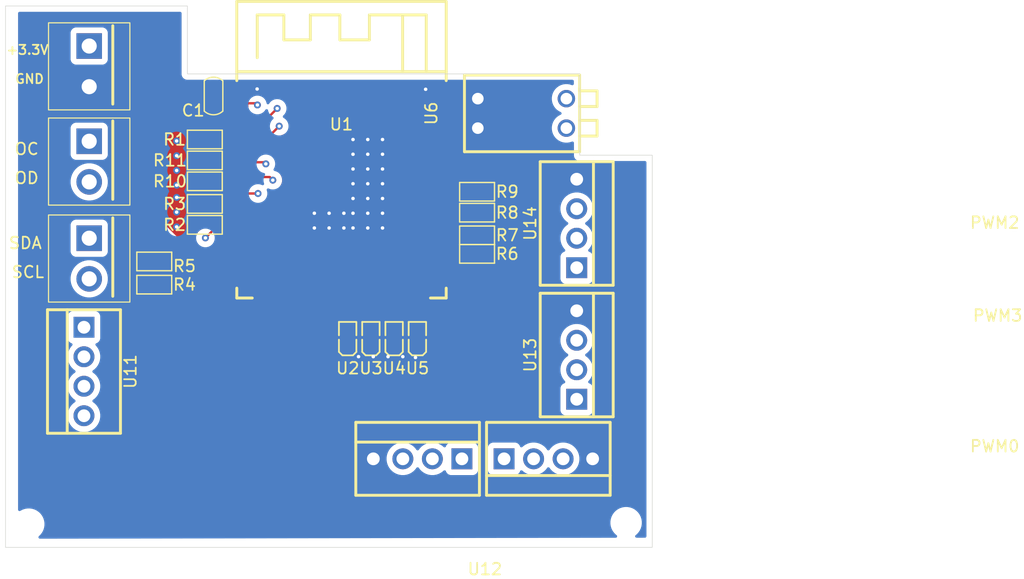
<source format=kicad_pcb>
(kicad_pcb (version 20241229) (generator "pcbnew") (generator_version "9.0")
  (layers (0 "F.Cu" signal) (4 "In1.Cu" signal) (6 "In2.Cu" signal) (2 "B.Cu" signal) (13 "F.Paste" user) (15 "B.Paste" user) (5 "F.SilkS" user "F.Silkscreen") (7 "B.SilkS" user "B.Silkscreen") (1 "F.Mask" user) (3 "B.Mask" user) (25 "Edge.Cuts" user))
  (net 0 "")
  (net 1 "+3.3V")
  (net 2 "GND")
  (net 3 "Net-(U1-EN)")
  (net 4 "/OD")
  (net 5 "/OC")
  (net 6 "/I2C_SCL1")
  (net 7 "/I2C_SDA_1")
  (net 8 "/VDD_LED")
  (net 9 "Net-(U2-A)")
  (net 10 "/VCC_LED")
  (net 11 "Net-(U3-A)")
  (net 12 "/CO^{2}_LED")
  (net 13 "Net-(U4-A)")
  (net 14 "/PH_LED")
  (net 15 "Net-(U5-A)")
  (net 16 "/I2C1_D1")
  (net 17 "/I2C1_D0")
  (net 21 "/CO^{2}_SENSE")
  (net 22 "/PH_SENSE")
  (net 24 "/PWM1")
  (net 25 "/ADC2_CH1_IN")
  (net 26 "/ENA")
  (net 29 "/ENB")
  (net 32 "/ADC2_CH2_IN")
  (net 34 "/PWM2")
  (net 35 "/PWM0")
  (net 41 "/PWM3")
  (net 43 "/I2C_SCL_1")
  (footprint "PCM_Resistor_SMD_AKL:R_0603_1608Metric" (layer "F.Cu") (at 119.925 51.2)
    (property "Reference" "R8" (at 2.6 0 0) (layer "F.SilkS"))
    (property "Value" "R_0603" (hide yes))
    (fp_line (start -1.5 -0.8) (end -1.5 0.8) (stroke (width 0.12)) (layer "F.SilkS"))
    (fp_line (start -1.5 0.8) (end 1.5 0.8) (stroke (width 0.12)) (layer "F.SilkS"))
    (fp_line (start 1.5 -0.8) (end -1.5 -0.8) (stroke (width 0.12)) (layer "F.SilkS"))
    (fp_line (start 1.5 0.8) (end 1.5 -0.8) (stroke (width 0.12)) (layer "F.SilkS"))
    (pad "1" smd roundrect (at -0.825 0) (size 0.8 0.95) (layers "F.Cu" "F.Mask" "F.Paste") (net 12 "/CO^{2}_LED"))
    (pad "2" smd roundrect (at 0.825 0) (size 0.8 0.95) (layers "F.Cu" "F.Mask" "F.Paste") (net 13 "Net-(U4-A)"))
  )
  (footprint "EasyEDA:SW-TH_4P-P2.54_SMQP-02R-TP" (layer "F.Cu") (at 123.8 42.65 90)
    (property "Reference" "U6" (at 0 -7.81 90) (layer "F.SilkS"))
    (property "Value" "SMQP-02R-TP")
    (fp_line (start 3.3 -4.96) (end -3.3 -4.96) (stroke (width 0.25)) (layer "F.SilkS"))
    (fp_line (start -3.3 -4.96) (end -3.3 4.95) (stroke (width 0.25)) (layer "F.SilkS"))
    (fp_line (start 3.3 4.95) (end 3.3 -4.96) (stroke (width 0.25)) (layer "F.SilkS"))
    (fp_line (start 1.94 4.95) (end 3.3 4.95) (stroke (width 0.25)) (layer "F.SilkS"))
    (fp_line (start -3.3 4.95) (end 2.16 4.95) (stroke (width 0.25)) (layer "F.SilkS"))
    (fp_line (start 1.94 6.45) (end 1.94 4.95) (stroke (width 0.25)) (layer "F.SilkS"))
    (fp_line (start 0.59 6.45) (end 0.59 4.95) (stroke (width 0.25)) (layer "F.SilkS"))
    (fp_line (start 0.59 6.45) (end 1.94 6.45) (stroke (width 0.25)) (layer "F.SilkS"))
    (fp_line (start -0.6 6.45) (end -0.6 4.95) (stroke (width 0.25)) (layer "F.SilkS"))
    (fp_line (start -1.95 6.45) (end -1.95 4.95) (stroke (width 0.25)) (layer "F.SilkS"))
    (fp_line (start -1.95 6.45) (end -0.6 6.45) (stroke (width 0.25)) (layer "F.SilkS"))
    (pad "1" thru_hole circle (at -1.27 3.81 90) (size 1.5 1.5) (drill 0.999998) (layers "*.Cu" "*.Mask") (net 16 "/I2C1_D1"))
    (pad "2" thru_hole circle (at 1.27 3.81 90) (size 1.5 1.5) (drill 0.999998) (layers "*.Cu" "*.Mask") (net 17 "/I2C1_D0"))
    (pad "3" thru_hole circle (at 1.27 -3.81 90) (size 1.5 1.5) (drill 0.999998) (layers "*.Cu" "*.Mask") (net 2 "GND"))
    (pad "4" thru_hole circle (at -1.27 -3.81 90) (size 1.5 1.5) (drill 0.999998) (layers "*.Cu" "*.Mask") (net 2 "GND"))
  )
  (footprint "EasyEDA:LED0603-RD_GREEN" (layer "F.Cu") (at 110.8 62 90)
    (property "Reference" "U3" (at -2.6 0 180) (layer "F.SilkS"))
    (property "Value" "PSC-1608U52GC-G4" (hide yes))
    (fp_line (start 1.39 -0.76) (end 1.39 0.72) (stroke (width 0.15)) (layer "F.SilkS"))
    (fp_line (start 0.24 -0.76) (end 1.39 -0.76) (stroke (width 0.15)) (layer "F.SilkS"))
    (fp_line (start -0.14 -0.76) (end -1.19 -0.76) (stroke (width 0.15)) (layer "F.SilkS"))
    (fp_line (start -1.49 -0.46) (end -1.19 -0.76) (stroke (width 0.15)) (layer "F.SilkS"))
    (fp_line (start -1.49 -0.36) (end -1.49 -0.46) (stroke (width 0.15)) (layer "F.SilkS"))
    (fp_line (start -1.49 -0.36) (end -1.49 0.34) (stroke (width 0.15)) (layer "F.SilkS"))
    (fp_line (start -1.49 0.34) (end -1.49 0.44) (stroke (width 0.15)) (layer "F.SilkS"))
    (fp_line (start -1.49 0.44) (end -1.19 0.74) (stroke (width 0.15)) (layer "F.SilkS"))
    (fp_line (start 0.24 0.74) (end 1.39 0.74) (stroke (width 0.15)) (layer "F.SilkS"))
    (fp_line (start -0.14 0.74) (end -1.19 0.74) (stroke (width 0.15)) (layer "F.SilkS"))
    (pad "1" smd rect (at -0.8 0 180) (size 0.8 0.8) (layers "F.Cu" "F.Mask" "F.Paste") (net 2 "GND"))
    (pad "2" smd rect (at 0.8 0 180) (size 0.8 0.8) (layers "F.Cu" "F.Mask" "F.Paste") (net 11 "Net-(U3-A)"))
  )
  (footprint "PCM_Resistor_SMD_AKL:R_0603_1608Metric" (layer "F.Cu") (at 119.925 53.15)
    (property "Reference" "R7" (at 2.6 0 0) (layer "F.SilkS"))
    (property "Value" "R_0603" (hide yes))
    (fp_line (start -1.5 -0.8) (end -1.5 0.8) (stroke (width 0.12)) (layer "F.SilkS"))
    (fp_line (start -1.5 0.8) (end 1.5 0.8) (stroke (width 0.12)) (layer "F.SilkS"))
    (fp_line (start 1.5 -0.8) (end -1.5 -0.8) (stroke (width 0.12)) (layer "F.SilkS"))
    (fp_line (start 1.5 0.8) (end 1.5 -0.8) (stroke (width 0.12)) (layer "F.SilkS"))
    (pad "1" smd roundrect (at -0.825 0) (size 0.8 0.95) (layers "F.Cu" "F.Mask" "F.Paste") (net 10 "/VCC_LED"))
    (pad "2" smd roundrect (at 0.825 0) (size 0.8 0.95) (layers "F.Cu" "F.Mask" "F.Paste") (net 11 "Net-(U3-A)"))
  )
  (footprint "EasyEDA:LED0603-RD_GREEN" (layer "F.Cu") (at 112.8 62 90)
    (property "Reference" "U4" (at -2.6 0 180) (layer "F.SilkS"))
    (property "Value" "PSC-1608U52GC-G4" (hide yes))
    (fp_line (start 1.39 -0.76) (end 1.39 0.72) (stroke (width 0.15)) (layer "F.SilkS"))
    (fp_line (start 0.24 -0.76) (end 1.39 -0.76) (stroke (width 0.15)) (layer "F.SilkS"))
    (fp_line (start -0.14 -0.76) (end -1.19 -0.76) (stroke (width 0.15)) (layer "F.SilkS"))
    (fp_line (start -1.49 -0.46) (end -1.19 -0.76) (stroke (width 0.15)) (layer "F.SilkS"))
    (fp_line (start -1.49 -0.36) (end -1.49 -0.46) (stroke (width 0.15)) (layer "F.SilkS"))
    (fp_line (start -1.49 -0.36) (end -1.49 0.34) (stroke (width 0.15)) (layer "F.SilkS"))
    (fp_line (start -1.49 0.34) (end -1.49 0.44) (stroke (width 0.15)) (layer "F.SilkS"))
    (fp_line (start -1.49 0.44) (end -1.19 0.74) (stroke (width 0.15)) (layer "F.SilkS"))
    (fp_line (start 0.24 0.74) (end 1.39 0.74) (stroke (width 0.15)) (layer "F.SilkS"))
    (fp_line (start -0.14 0.74) (end -1.19 0.74) (stroke (width 0.15)) (layer "F.SilkS"))
    (pad "1" smd rect (at -0.8 0 180) (size 0.8 0.8) (layers "F.Cu" "F.Mask" "F.Paste") (net 2 "GND"))
    (pad "2" smd rect (at 0.8 0 180) (size 0.8 0.8) (layers "F.Cu" "F.Mask" "F.Paste") (net 13 "Net-(U4-A)"))
  )
  (footprint "MountingHole:MountingHole_2.2mm_M2" (layer "F.Cu") (at 81.35 78.025)
    (property "Reference" "H8" (hide yes))
    (property "Value" "MountingHole")
    (pad "" np_thru_hole circle (at 0 0) (size 2.2 2.2) (drill 2.2) (layers "*.Cu" "*.Mask"))
  )
  (footprint "EasyEDA:LED0603-RD_GREEN" (layer "F.Cu") (at 108.8 62 90)
    (property "Reference" "U2" (at -2.6 0 180) (layer "F.SilkS"))
    (property "Value" "PSC-1608U52GC-G4" (hide yes))
    (fp_line (start 1.39 -0.76) (end 1.39 0.72) (stroke (width 0.15)) (layer "F.SilkS"))
    (fp_line (start 0.24 -0.76) (end 1.39 -0.76) (stroke (width 0.15)) (layer "F.SilkS"))
    (fp_line (start -0.14 -0.76) (end -1.19 -0.76) (stroke (width 0.15)) (layer "F.SilkS"))
    (fp_line (start -1.49 -0.46) (end -1.19 -0.76) (stroke (width 0.15)) (layer "F.SilkS"))
    (fp_line (start -1.49 -0.36) (end -1.49 -0.46) (stroke (width 0.15)) (layer "F.SilkS"))
    (fp_line (start -1.49 -0.36) (end -1.49 0.34) (stroke (width 0.15)) (layer "F.SilkS"))
    (fp_line (start -1.49 0.34) (end -1.49 0.44) (stroke (width 0.15)) (layer "F.SilkS"))
    (fp_line (start -1.49 0.44) (end -1.19 0.74) (stroke (width 0.15)) (layer "F.SilkS"))
    (fp_line (start 0.24 0.74) (end 1.39 0.74) (stroke (width 0.15)) (layer "F.SilkS"))
    (fp_line (start -0.14 0.74) (end -1.19 0.74) (stroke (width 0.15)) (layer "F.SilkS"))
    (pad "1" smd rect (at -0.8 0 180) (size 0.8 0.8) (layers "F.Cu" "F.Mask" "F.Paste") (net 2 "GND"))
    (pad "2" smd rect (at 0.8 0 180) (size 0.8 0.8) (layers "F.Cu" "F.Mask" "F.Paste") (net 9 "Net-(U2-A)"))
  )
  (footprint "PCM_Resistor_SMD_AKL:R_0603_1608Metric" (layer "F.Cu") (at 96.5 46.7 180)
    (property "Reference" "R11" (at 3 0 0) (layer "F.SilkS"))
    (property "Value" "R_0603" (hide yes))
    (fp_line (start 1.5 0.8) (end 1.5 -0.8) (stroke (width 0.12)) (layer "F.SilkS"))
    (fp_line (start 1.5 -0.8) (end -1.5 -0.8) (stroke (width 0.12)) (layer "F.SilkS"))
    (fp_line (start -1.5 0.8) (end 1.5 0.8) (stroke (width 0.12)) (layer "F.SilkS"))
    (fp_line (start -1.5 -0.8) (end -1.5 0.8) (stroke (width 0.12)) (layer "F.SilkS"))
    (pad "1" smd roundrect (at -0.825 0 180) (size 0.8 0.95) (layers "F.Cu" "F.Mask" "F.Paste") (net 16 "/I2C1_D1"))
    (pad "2" smd roundrect (at 0.825 0 180) (size 0.8 0.95) (layers "F.Cu" "F.Mask" "F.Paste") (net 1 "+3.3V"))
  )
  (footprint "EasyEDA:CONN-TH_DB125-2.54-4P-GN" (layer "F.Cu") (at 128.5 63.46 90)
    (property "Reference" "U13" (at 0 -4 90) (layer "F.SilkS"))
    (property "Value" "DB125-2.54-4P-GN")
    (fp_line (start 5.32 -3.14) (end -5.32 -3.14) (stroke (width 0.25)) (layer "F.SilkS"))
    (fp_line (start 5.32 -3.14) (end 5.32 3.14) (stroke (width 0.25)) (layer "F.SilkS"))
    (fp_line (start -5.32 -3.14) (end -5.32 3.14) (stroke (width 0.25)) (layer "F.SilkS"))
    (fp_line (start 5.32 1.44) (end -5.32 1.44) (stroke (width 0.25)) (layer "F.SilkS"))
    (fp_line (start 5.32 3.14) (end -5.32 3.14) (stroke (width 0.25)) (layer "F.SilkS"))
    (pad "1" thru_hole rect (at -3.81 0 90) (size 1.8 1.8) (drill 1.100023) (layers "*.Cu" "*.Mask") (net 41 "/PWM3"))
    (pad "2" thru_hole circle (at -1.27 0 90) (size 1.8 1.8) (drill 1.100023) (layers "*.Cu" "*.Mask") (net 26 "/ENA"))
    (pad "3" thru_hole circle (at 1.27 0 90) (size 1.8 1.8) (drill 1.100023) (layers "*.Cu" "*.Mask") (net 29 "/ENB"))
    (pad "4" thru_hole circle (at 3.81 0 90) (size 1.8 1.8) (drill 1.100023) (layers "*.Cu" "*.Mask") (net 2 "GND"))
  )
  (footprint "MountingHole:MountingHole_2.2mm_M2" (layer "F.Cu") (at 132.75 77.9)
    (property "Reference" "H7" (hide yes))
    (property "Value" "MountingHole")
    (pad "" np_thru_hole circle (at 0 0) (size 2.2 2.2) (drill 2.2) (layers "*.Cu" "*.Mask"))
  )
  (footprint "MountingHole:MountingHole_2.2mm_M2" (layer "F.Cu") (at 144.1 52.4)
    (property "Reference" "H5" (hide yes))
    (property "Value" "MountingHole")
    (pad "" np_thru_hole circle (at 0 0) (size 2.2 2.2) (drill 2.2) (layers "*.Cu" "*.Mask"))
  )
  (footprint "EasyEDA:CONN-TH_DB125-2.54-4P-GN" (layer "F.Cu") (at 126.06 72.4)
    (property "Reference" "U10" (hide yes))
    (property "Value" "DB125-2.54-4P-GN")
    (fp_line (start -5.32 -3.14) (end -5.32 3.14) (stroke (width 0.25)) (layer "F.SilkS"))
    (fp_line (start 5.32 -3.14) (end -5.32 -3.14) (stroke (width 0.25)) (layer "F.SilkS"))
    (fp_line (start 5.32 -3.14) (end 5.32 3.14) (stroke (width 0.25)) (layer "F.SilkS"))
    (fp_line (start 5.32 1.44) (end -5.32 1.44) (stroke (width 0.25)) (layer "F.SilkS"))
    (fp_line (start 5.32 3.14) (end -5.32 3.14) (stroke (width 0.25)) (layer "F.SilkS"))
    (pad "1" thru_hole rect (at -3.81 0) (size 1.8 1.8) (drill 1.100023) (layers "*.Cu" "*.Mask") (net 24 "/PWM1"))
    (pad "2" thru_hole circle (at -1.27 0) (size 1.8 1.8) (drill 1.100023) (layers "*.Cu" "*.Mask") (net 26 "/ENA"))
    (pad "3" thru_hole circle (at 1.27 0) (size 1.8 1.8) (drill 1.100023) (layers "*.Cu" "*.Mask") (net 29 "/ENB"))
    (pad "4" thru_hole circle (at 3.81 0) (size 1.8 1.8) (drill 1.100023) (layers "*.Cu" "*.Mask") (net 2 "GND"))
  )
  (footprint "EasyEDA:WIRELM-SMD_ESP32-S3-WROOM-1" (layer "F.Cu") (at 108.25 49.4)
    (property "Reference" "U1" (at 0 -5.8 0) (layer "F.SilkS"))
    (property "Value" "ESP32-S3-WROOM-1(N16R8)")
    (fp_line (start -9 -16.39) (end -9 -9.57) (stroke (width 0.25)) (layer "F.SilkS"))
    (fp_line (start -9 -10.35) (end 9.02 -10.35) (stroke (width 0.25)) (layer "F.SilkS"))
    (fp_line (start -9 8.3) (end -9 9.15) (stroke (width 0.25)) (layer "F.SilkS"))
    (fp_line (start -9 9.15) (end -7.67 9.15) (stroke (width 0.25)) (layer "F.SilkS"))
    (fp_line (start -7.24 -15.23) (end -7.24 -11.55) (stroke (width 0.25)) (layer "F.SilkS"))
    (fp_line (start -4.95 -15.23) (end -7.24 -15.23) (stroke (width 0.25)) (layer "F.SilkS"))
    (fp_line (start -4.95 -13.08) (end -4.95 -15.23) (stroke (width 0.25)) (layer "F.SilkS"))
    (fp_line (start -2.67 -15.23) (end -2.67 -13.08) (stroke (width 0.25)) (layer "F.SilkS"))
    (fp_line (start -2.67 -13.08) (end -4.95 -13.08) (stroke (width 0.25)) (layer "F.SilkS"))
    (fp_line (start -0.13 -15.23) (end -2.67 -15.23) (stroke (width 0.25)) (layer "F.SilkS"))
    (fp_line (start -0.13 -13.08) (end -0.13 -15.23) (stroke (width 0.25)) (layer "F.SilkS"))
    (fp_line (start 2.41 -15.23) (end 2.41 -13.08) (stroke (width 0.25)) (layer "F.SilkS"))
    (fp_line (start 2.41 -13.08) (end -0.13 -13.08) (stroke (width 0.25)) (layer "F.SilkS"))
    (fp_line (start 5.27 -15.23) (end 2.41 -15.23) (stroke (width 0.25)) (layer "F.SilkS"))
    (fp_line (start 5.27 -10.35) (end 5.27 -15.23) (stroke (width 0.25)) (layer "F.SilkS"))
    (fp_line (start 7.3 -15.23) (end 5.06 -15.23) (stroke (width 0.25)) (layer "F.SilkS"))
    (fp_line (start 7.3 -10.35) (end 7.3 -15.23) (stroke (width 0.25)) (layer "F.SilkS"))
    (fp_line (start 7.67 9.15) (end 9.02 9.15) (stroke (width 0.25)) (layer "F.SilkS"))
    (fp_line (start 9 -16.39) (end -9 -16.39) (stroke (width 0.25)) (layer "F.SilkS"))
    (fp_line (start 9.02 -9.57) (end 9.02 -16.38) (stroke (width 0.25)) (layer "F.SilkS"))
    (fp_line (start 9.02 9.15) (end 9.02 8.3) (stroke (width 0.25)) (layer "F.SilkS"))
    (pad "1" smd rect (at -8.75 -8.89) (size 1.5 0.9) (layers "F.Cu" "F.Mask" "F.Paste") (net 2 "GND"))
    (pad "2" smd rect (at -8.75 -7.62) (size 1.5 0.9) (layers "F.Cu" "F.Mask" "F.Paste") (net 1 "+3.3V"))
    (pad "3" smd rect (at -8.75 -6.35) (size 1.5 0.9) (layers "F.Cu" "F.Mask" "F.Paste") (net 3 "Net-(U1-EN)"))
    (pad "4" smd rect (at -8.75 -5.08) (size 1.5 0.9) (layers "F.Cu" "F.Mask" "F.Paste") (net 17 "/I2C1_D0"))
    (pad "5" smd rect (at -8.75 -3.81) (size 1.5 0.9) (layers "F.Cu" "F.Mask" "F.Paste") (net 16 "/I2C1_D1"))
    (pad "6" smd rect (at -8.75 -2.54) (size 1.5 0.9) (layers "F.Cu" "F.Mask" "F.Paste") (net 35 "/PWM0"))
    (pad "7" smd rect (at -8.75 -1.27) (size 1.5 0.9) (layers "F.Cu" "F.Mask" "F.Paste") (net 24 "/PWM1"))
    (pad "8" smd rect (at -8.75 0) (size 1.5 0.9) (layers "F.Cu" "F.Mask" "F.Paste") (net 5 "/OC"))
    (pad "9" smd rect (at -8.75 1.27) (size 1.5 0.9) (layers "F.Cu" "F.Mask" "F.Paste") (net 4 "/OD"))
    (pad "10" smd rect (at -8.75 2.54) (size 1.5 0.9) (layers "F.Cu" "F.Mask" "F.Paste") (net 21 "/CO^{2}_SENSE"))
    (pad "11" smd rect (at -8.75 3.81) (size 1.5 0.9) (layers "F.Cu" "F.Mask" "F.Paste") (net 22 "/PH_SENSE"))
    (pad "12" smd rect (at -8.75 5.08) (size 1.5 0.9) (layers "F.Cu" "F.Mask" "F.Paste") (net 34 "/PWM2"))
    (pad "13" smd rect (at -8.75 6.35) (size 1.5 0.9) (layers "F.Cu" "F.Mask" "F.Paste"))
    (pad "14" smd rect (at -8.75 7.62) (size 1.5 0.9) (layers "F.Cu" "F.Mask" "F.Paste"))
    (pad "15" smd rect (at -6.99 8.89 90) (size 1.5 0.9) (layers "F.Cu" "F.Mask" "F.Paste") (net 7 "/I2C_SDA_1"))
    (pad "16" smd rect (at -5.72 8.89 90) (size 1.5 0.9) (layers "F.Cu" "F.Mask" "F.Paste"))
    (pad "17" smd rect (at -4.45 8.89 90) (size 1.5 0.9) (layers "F.Cu" "F.Mask" "F.Paste") (net 41 "/PWM3"))
    (pad "18" smd rect (at -3.18 8.89 90) (size 1.5 0.9) (layers "F.Cu" "F.Mask" "F.Paste") (net 26 "/ENA"))
    (pad "19" smd rect (at -1.91 8.89 90) (size 1.5 0.9) (layers "F.Cu" "F.Mask" "F.Paste") (net 29 "/ENB"))
    (pad "20" smd rect (at -0.63 8.89 90) (size 1.5 0.9) (layers "F.Cu" "F.Mask" "F.Paste") (net 25 "/ADC2_CH1_IN"))
    (pad "21" smd rect (at 0.63 8.89 90) (size 1.5 0.9) (layers "F.Cu" "F.Mask" "F.Paste") (net 32 "/ADC2_CH2_IN"))
    (pad "22" smd rect (at 1.9 8.89 90) (size 1.5 0.9) (layers "F.Cu" "F.Mask" "F.Paste"))
    (pad "23" smd rect (at 3.17 8.89 90) (size 1.5 0.9) (layers "F.Cu" "F.Mask" "F.Paste"))
    (pad "24" smd rect (at 4.45 8.89 90) (size 1.5 0.9) (layers "F.Cu" "F.Mask" "F.Paste"))
    (pad "25" smd rect (at 5.72 8.89 90) (size 1.5 0.9) (layers "F.Cu" "F.Mask" "F.Paste"))
    (pad "26" smd rect (at 6.99 8.86 90) (size 1.5 0.9) (layers "F.Cu" "F.Mask" "F.Paste"))
    (pad "27" smd rect (at 8.75 7.62 180) (size 1.5 0.9) (layers "F.Cu" "F.Mask" "F.Paste"))
    (pad "28" smd rect (at 8.75 6.35 180) (size 1.5 0.9) (layers "F.Cu" "F.Mask" "F.Paste") (net 6 "/I2C_SCL1"))
    (pad "29" smd rect (at 8.75 5.08 180) (size 1.5 0.9) (layers "F.Cu" "F.Mask" "F.Paste") (net 8 "/VDD_LED"))
    (pad "30" smd rect (at 8.75 3.81 180) (size 1.5 0.9) (layers "F.Cu" "F.Mask" "F.Paste") (net 10 "/VCC_LED"))
    (pad "31" smd rect (at 8.75 2.54 180) (size 1.5 0.9) (layers "F.Cu" "F.Mask" "F.Paste") (net 12 "/CO^{2}_LED"))
    (pad "32" smd rect (at 8.75 1.27 180) (size 1.5 0.9) (layers "F.Cu" "F.Mask" "F.Paste") (net 14 "/PH_LED"))
    (pad "33" smd rect (at 8.75 0 180) (size 1.5 0.9) (layers "F.Cu" "F.Mask" "F.Paste"))
    (pad "34" smd rect (at 8.75 -1.27 180) (size 1.5 0.9) (layers "F.Cu" "F.Mask" "F.Paste"))
    (pad "35" smd rect (at 8.75 -2.54 180) (size 1.5 0.9) (layers "F.Cu" "F.Mask" "F.Paste"))
    (pad "36" smd rect (at 8.75 -3.81 180) (size 1.5 0.9) (layers "F.Cu" "F.Mask" "F.Paste"))
    (pad "37" smd rect (at 8.75 -5.08 180) (size 1.5 0.9) (layers "F.Cu" "F.Mask" "F.Paste"))
    (pad "38" smd rect (at 8.75 -6.35 180) (size 1.5 0.9) (layers "F.Cu" "F.Mask" "F.Paste"))
    (pad "39" smd rect (at 8.75 -7.62 180) (size 1.5 0.9) (layers "F.Cu" "F.Mask" "F.Paste"))
    (pad "40" smd rect (at 8.75 -8.89 180) (size 1.5 0.9) (layers "F.Cu" "F.Mask" "F.Paste") (net 2 "GND"))
    (pad "41" smd rect (at -2.9 -2.57 90) (size 0.9 0.9) (layers "F.Cu" "F.Mask" "F.Paste") (net 2 "GND"))
    (pad "41" smd rect (at -2.9 -1.17 90) (size 0.9 0.9) (layers "F.Cu" "F.Mask" "F.Paste") (net 2 "GND"))
    (pad "41" smd rect (at -2.9 0.23 90) (size 0.9 0.9) (layers "F.Cu" "F.Mask" "F.Paste") (net 2 "GND"))
    (pad "41" smd rect (at -1.5 -2.57 90) (size 0.9 0.9) (layers "F.Cu" "F.Mask" "F.Paste") (net 2 "GND"))
    (pad "41" smd rect (at -1.5 -1.17 90) (size 0.9 0.9) (layers "F.Cu" "F.Mask" "F.Paste") (net 2 "GND"))
    (pad "41" smd rect (at -1.5 0.23 90) (size 0.9 0.9) (layers "F.Cu" "F.Mask" "F.Paste") (net 2 "GND"))
    (pad "41" smd rect (at -0.1 -2.57 90) (size 0.9 0.9) (layers "F.Cu" "F.Mask" "F.Paste") (net 2 "GND"))
    (pad "41" smd rect (at -0.1 -1.17 90) (size 0.9 0.9) (layers "F.Cu" "F.Mask" "F.Paste") (net 2 "GND"))
    (pad "41" smd rect (at -0.1 0.23 90) (size 0.9 0.9) (layers "F.Cu" "F.Mask" "F.Paste") (net 2 "GND"))
  )
  (footprint "PCM_Resistor_SMD_AKL:R_0603_1608Metric" (layer "F.Cu") (at 92.15 57.4 180)
    (property "Reference" "R4" (at -2.6 0 180) (layer "F.SilkS"))
    (property "Value" "2.2K" (hide yes))
    (fp_line (start 1.5 0.8) (end 1.5 -0.8) (stroke (width 0.12)) (layer "F.SilkS"))
    (fp_line (start 1.5 -0.8) (end -1.5 -0.8) (stroke (width 0.12)) (layer "F.SilkS"))
    (fp_line (start -1.5 0.8) (end 1.5 0.8) (stroke (width 0.12)) (layer "F.SilkS"))
    (fp_line (start -1.5 -0.8) (end -1.5 0.8) (stroke (width 0.12)) (layer "F.SilkS"))
    (pad "1" smd roundrect (at -0.825 0 180) (size 0.8 0.95) (layers "F.Cu" "F.Mask" "F.Paste") (net 1 "+3.3V"))
    (pad "2" smd roundrect (at 0.825 0 180) (size 0.8 0.95) (layers "F.Cu" "F.Mask" "F.Paste") (net 43 "/I2C_SCL_1"))
  )
  (footprint "PCM_Resistor_SMD_AKL:R_0603_1608Metric" (layer "F.Cu") (at 96.5 48.5 180)
    (property "Reference" "R10" (at 3 0 0) (layer "F.SilkS"))
    (property "Value" "R_0603" (hide yes))
    (fp_line (start 1.5 0.8) (end 1.5 -0.8) (stroke (width 0.12)) (layer "F.SilkS"))
    (fp_line (start 1.5 -0.8) (end -1.5 -0.8) (stroke (width 0.12)) (layer "F.SilkS"))
    (fp_line (start -1.5 0.8) (end 1.5 0.8) (stroke (width 0.12)) (layer "F.SilkS"))
    (fp_line (start -1.5 -0.8) (end -1.5 0.8) (stroke (width 0.12)) (layer "F.SilkS"))
    (pad "1" smd roundrect (at -0.825 0 180) (size 0.8 0.95) (layers "F.Cu" "F.Mask" "F.Paste") (net 17 "/I2C1_D0"))
    (pad "2" smd roundrect (at 0.825 0 180) (size 0.8 0.95) (layers "F.Cu" "F.Mask" "F.Paste") (net 1 "+3.3V"))
  )
  (footprint "PCM_Resistor_SMD_AKL:R_0603_1608Metric" (layer "F.Cu") (at 92.15 55.4 180)
    (property "Reference" "R5" (at -2.6 -0.4 180) (layer "F.SilkS"))
    (property "Value" "2.2K" (hide yes))
    (fp_line (start 1.5 0.8) (end 1.5 -0.8) (stroke (width 0.12)) (layer "F.SilkS"))
    (fp_line (start 1.5 -0.8) (end -1.5 -0.8) (stroke (width 0.12)) (layer "F.SilkS"))
    (fp_line (start -1.5 0.8) (end 1.5 0.8) (stroke (width 0.12)) (layer "F.SilkS"))
    (fp_line (start -1.5 -0.8) (end -1.5 0.8) (stroke (width 0.12)) (layer "F.SilkS"))
    (pad "1" smd roundrect (at -0.825 0 180) (size 0.8 0.95) (layers "F.Cu" "F.Mask" "F.Paste") (net 1 "+3.3V"))
    (pad "2" smd roundrect (at 0.825 0 180) (size 0.8 0.95) (layers "F.Cu" "F.Mask" "F.Paste") (net 7 "/I2C_SDA_1"))
  )
  (footprint "PCM_Resistor_SMD_AKL:R_0603_1608Metric" (layer "F.Cu") (at 96.5 52.25)
    (property "Reference" "R2" (at -2.6 0 0) (layer "F.SilkS"))
    (property "Value" "R_0603" (hide yes))
    (fp_line (start -1.5 -0.8) (end -1.5 0.8) (stroke (width 0.12)) (layer "F.SilkS"))
    (fp_line (start -1.5 0.8) (end 1.5 0.8) (stroke (width 0.12)) (layer "F.SilkS"))
    (fp_line (start 1.5 -0.8) (end -1.5 -0.8) (stroke (width 0.12)) (layer "F.SilkS"))
    (fp_line (start 1.5 0.8) (end 1.5 -0.8) (stroke (width 0.12)) (layer "F.SilkS"))
    (pad "1" smd roundrect (at -0.825 0) (size 0.8 0.95) (layers "F.Cu" "F.Mask" "F.Paste") (net 1 "+3.3V"))
    (pad "2" smd roundrect (at 0.825 0) (size 0.8 0.95) (layers "F.Cu" "F.Mask" "F.Paste") (net 4 "/OD"))
  )
  (footprint "EasyEDA:CONN-TH_DB125-2.54-4P-GN" (layer "F.Cu") (at 86.1 64.88 -90)
    (property "Reference" "U11" (at 0 -4 90) (layer "F.SilkS"))
    (property "Value" "DB125-2.54-4P-GN")
    (fp_line (start 5.32 3.14) (end -5.32 3.14) (stroke (width 0.25)) (layer "F.SilkS"))
    (fp_line (start 5.32 1.44) (end -5.32 1.44) (stroke (width 0.25)) (layer "F.SilkS"))
    (fp_line (start -5.32 -3.14) (end -5.32 3.14) (stroke (width 0.25)) (layer "F.SilkS"))
    (fp_line (start 5.32 -3.14) (end 5.32 3.14) (stroke (width 0.25)) (layer "F.SilkS"))
    (fp_line (start 5.32 -3.14) (end -5.32 -3.14) (stroke (width 0.25)) (layer "F.SilkS"))
    (pad "1" thru_hole rect (at -3.81 0 270) (size 1.8 1.8) (drill 1.100023) (layers "*.Cu" "*.Mask") (net 7 "/I2C_SDA_1"))
    (pad "2" thru_hole circle (at -1.27 0 270) (size 1.8 1.8) (drill 1.100023) (layers "*.Cu" "*.Mask") (net 6 "/I2C_SCL1"))
    (pad "3" thru_hole circle (at 1.27 0 270) (size 1.8 1.8) (drill 1.100023) (layers "*.Cu" "*.Mask"))
    (pad "4" thru_hole circle (at 3.81 0 270) (size 1.8 1.8) (drill 1.100023) (layers "*.Cu" "*.Mask") (net 2 "GND"))
  )
  (footprint "EasyEDA:CONN-TH_DB125-2.54-4P-GN" (layer "F.Cu") (at 114.81 72.4 180)
    (property "Reference" "U12" (at -5.79 -9.5 0) (layer "F.SilkS"))
    (property "Value" "DB125-2.54-4P-GN")
    (fp_line (start 5.32 3.14) (end -5.32 3.14) (stroke (width 0.25)) (layer "F.SilkS"))
    (fp_line (start 5.32 1.44) (end -5.32 1.44) (stroke (width 0.25)) (layer "F.SilkS"))
    (fp_line (start 5.32 -3.14) (end 5.32 3.14) (stroke (width 0.25)) (layer "F.SilkS"))
    (fp_line (start 5.32 -3.14) (end -5.32 -3.14) (stroke (width 0.25)) (layer "F.SilkS"))
    (fp_line (start -5.32 -3.14) (end -5.32 3.14) (stroke (width 0.25)) (layer "F.SilkS"))
    (pad "1" thru_hole rect (at -3.81 0 180) (size 1.8 1.8) (drill 1.100023) (layers "*.Cu" "*.Mask") (net 35 "/PWM0"))
    (pad "2" thru_hole circle (at -1.27 0 180) (size 1.8 1.8) (drill 1.100023) (layers "*.Cu" "*.Mask") (net 26 "/ENA"))
    (pad "3" thru_hole circle (at 1.27 0 180) (size 1.8 1.8) (drill 1.100023) (layers "*.Cu" "*.Mask") (net 29 "/ENB"))
    (pad "4" thru_hole circle (at 3.81 0 180) (size 1.8 1.8) (drill 1.100023) (layers "*.Cu" "*.Mask") (net 2 "GND"))
  )
  (footprint "PCM_Resistor_SMD_AKL:R_0603_1608Metric" (layer "F.Cu") (at 119.925 54.75)
    (property "Reference" "R6" (at 2.6 0 0) (layer "F.SilkS"))
    (property "Value" "R_0603" (hide yes))
    (fp_line (start -1.5 -0.8) (end -1.5 0.8) (stroke (width 0.12)) (layer "F.SilkS"))
    (fp_line (start -1.5 0.8) (end 1.5 0.8) (stroke (width 0.12)) (layer "F.SilkS"))
    (fp_line (start 1.5 -0.8) (end -1.5 -0.8) (stroke (width 0.12)) (layer "F.SilkS"))
    (fp_line (start 1.5 0.8) (end 1.5 -0.8) (stroke (width 0.12)) (layer "F.SilkS"))
    (pad "1" smd roundrect (at -0.825 0) (size 0.8 0.95) (layers "F.Cu" "F.Mask" "F.Paste") (net 8 "/VDD_LED"))
    (pad "2" smd roundrect (at 0.825 0) (size 0.8 0.95) (layers "F.Cu" "F.Mask" "F.Paste") (net 9 "Net-(U2-A)"))
  )
  (footprint "PCM_Resistor_SMD_AKL:R_0603_1608Metric" (layer "F.Cu") (at 96.5 50.45)
    (property "Reference" "R3" (at -2.6 0 0) (layer "F.SilkS"))
    (property "Value" "R_0603" (hide yes))
    (fp_line (start -1.5 -0.8) (end -1.5 0.8) (stroke (width 0.12)) (layer "F.SilkS"))
    (fp_line (start -1.5 0.8) (end 1.5 0.8) (stroke (width 0.12)) (layer "F.SilkS"))
    (fp_line (start 1.5 -0.8) (end -1.5 -0.8) (stroke (width 0.12)) (layer "F.SilkS"))
    (fp_line (start 1.5 0.8) (end 1.5 -0.8) (stroke (width 0.12)) (layer "F.SilkS"))
    (pad "1" smd roundrect (at -0.825 0) (size 0.8 0.95) (layers "F.Cu" "F.Mask" "F.Paste") (net 1 "+3.3V"))
    (pad "2" smd roundrect (at 0.825 0) (size 0.8 0.95) (layers "F.Cu" "F.Mask" "F.Paste") (net 5 "/OC"))
  )
  (footprint "PCM_Resistor_SMD_AKL:R_0603_1608Metric" (layer "F.Cu") (at 96.5 44.9)
    (property "Reference" "R1" (at -2.6 0 0) (layer "F.SilkS"))
    (property "Value" "R_0603" (hide yes))
    (fp_line (start -1.5 -0.8) (end -1.5 0.8) (stroke (width 0.12)) (layer "F.SilkS"))
    (fp_line (start -1.5 0.8) (end 1.5 0.8) (stroke (width 0.12)) (layer "F.SilkS"))
    (fp_line (start 1.5 -0.8) (end -1.5 -0.8) (stroke (width 0.12)) (layer "F.SilkS"))
    (fp_line (start 1.5 0.8) (end 1.5 -0.8) (stroke (width 0.12)) (layer "F.SilkS"))
    (pad "1" smd roundrect (at -0.825 0) (size 0.8 0.95) (layers "F.Cu" "F.Mask" "F.Paste") (net 1 "+3.3V"))
    (pad "2" smd roundrect (at 0.825 0) (size 0.8 0.95) (layers "F.Cu" "F.Mask" "F.Paste") (net 3 "Net-(U1-EN)"))
  )
  (footprint "EasyEDA:CONN-TH_2P-P3.50_L7.4-W7.0" (layer "F.Cu") (at 86.55 46.8 -90)
    (property "Reference" "U8" (hide yes))
    (property "Value" "DB125-3.5-2P-GN-S")
    (fp_line (start -3.5 -2.03) (end 3.25 -2.03) (stroke (width 0.25)) (layer "F.SilkS"))
    (fp_rect (start -3.75 -3.5) (end 3.75 3.5) (stroke (width 0.1)) (fill no) (layer "F.SilkS"))
    (pad "1" thru_hole rect (at -1.75 0 270) (size 2.2 2.2) (drill 1.300023) (layers "*.Cu" "*.Mask") (net 4 "/OD"))
    (pad "2" thru_hole circle (at 1.75 0 270) (size 2.2 2.2) (drill 1.300023) (layers "*.Cu" "*.Mask") (net 5 "/OC"))
  )
  (footprint "PCM_Capacitor_SMD_AKL:C_0603_1608Metric" (layer "F.Cu") (at 97.25 41.15 -90)
    (property "Reference" "C1" (at 1.25 1.75 0) (layer "F.SilkS"))
    (property "Value" "C_0603" (hide yes))
    (fp_line (start -1.3 0.800002) (end 1.3 0.8) (stroke (width 0.12)) (layer "F.SilkS"))
    (fp_line (start 1.3 -0.800002) (end -1.3 -0.8) (stroke (width 0.12)) (layer "F.SilkS"))
    (fp_arc (start -1.3 0.800002) (mid -1.619939 0.000001) (end -1.3 -0.8) (stroke (width 0.12)) (layer "F.SilkS"))
    (fp_arc (start 1.3 -0.800002) (mid 1.619939 -0.000001) (end 1.3 0.8) (stroke (width 0.12)) (layer "F.SilkS"))
    (pad "1" smd roundrect (at -0.775 0 270) (size 0.9 0.95) (layers "F.Cu" "F.Mask" "F.Paste") (net 2 "GND"))
    (pad "2" smd roundrect (at 0.775 0 270) (size 0.9 0.95) (layers "F.Cu" "F.Mask" "F.Paste") (net 1 "+3.3V"))
  )
  (footprint "EasyEDA:CONN-TH_2P-P3.50_L7.4-W7.0" (layer "F.Cu") (at 86.55 38.6 -90)
    (property "Reference" "U7" (hide yes))
    (property "Value" "DB125-3.5-2P-GN-S")
    (fp_line (start -3.5 -2.03) (end 3.25 -2.03) (stroke (width 0.25)) (layer "F.SilkS"))
    (fp_rect (start -3.75 -3.5) (end 3.75 3.5) (stroke (width 0.1)) (fill no) (layer "F.SilkS"))
    (pad "1" thru_hole rect (at -1.75 0 270) (size 2.2 2.2) (drill 1.300023) (layers "*.Cu" "*.Mask") (net 1 "+3.3V"))
    (pad "2" thru_hole circle (at 1.75 0 270) (size 2.2 2.2) (drill 1.300023) (layers "*.Cu" "*.Mask") (net 2 "GND"))
  )
  (footprint "EasyEDA:CONN-TH_2P-P3.50_L7.4-W7.0" (layer "F.Cu") (at 86.55 55.15 -90)
    (property "Reference" "U9" (hide yes))
    (property "Value" "DB125-3.5-2P-GN-S")
    (fp_line (start -3.5 -2.03) (end 3.25 -2.03) (stroke (width 0.25)) (layer "F.SilkS"))
    (fp_rect (start -3.75 -3.5) (end 3.75 3.5) (stroke (width 0.1)) (fill no) (layer "F.SilkS"))
    (pad "1" thru_hole rect (at -1.75 0 270) (size 2.2 2.2) (drill 1.300023) (layers "*.Cu" "*.Mask") (net 7 "/I2C_SDA_1"))
    (pad "2" thru_hole circle (at 1.75 0 270) (size 2.2 2.2) (drill 1.300023) (layers "*.Cu" "*.Mask") (net 43 "/I2C_SCL_1"))
  )
  (footprint "EasyEDA:LED0603-RD_GREEN" (layer "F.Cu") (at 114.8 62 90)
    (property "Reference" "U5" (at -2.6 0 180) (layer "F.SilkS"))
    (property "Value" "PSC-1608U52GC-G4" (hide yes))
    (fp_line (start 1.39 -0.76) (end 1.39 0.72) (stroke (width 0.15)) (layer "F.SilkS"))
    (fp_line (start 0.24 -0.76) (end 1.39 -0.76) (stroke (width 0.15)) (layer "F.SilkS"))
    (fp_line (start -0.14 -0.76) (end -1.19 -0.76) (stroke (width 0.15)) (layer "F.SilkS"))
    (fp_line (start -1.49 -0.46) (end -1.19 -0.76) (stroke (width 0.15)) (layer "F.SilkS"))
    (fp_line (start -1.49 -0.36) (end -1.49 -0.46) (stroke (width 0.15)) (layer "F.SilkS"))
    (fp_line (start -1.49 -0.36) (end -1.49 0.34) (stroke (width 0.15)) (layer "F.SilkS"))
    (fp_line (start -1.49 0.34) (end -1.49 0.44) (stroke (width 0.15)) (layer "F.SilkS"))
    (fp_line (start -1.49 0.44) (end -1.19 0.74) (stroke (width 0.15)) (layer "F.SilkS"))
    (fp_line (start 0.24 0.74) (end 1.39 0.74) (stroke (width 0.15)) (layer "F.SilkS"))
    (fp_line (start -0.14 0.74) (end -1.19 0.74) (stroke (width 0.15)) (layer "F.SilkS"))
    (pad "1" smd rect (at -0.8 0 180) (size 0.8 0.8) (layers "F.Cu" "F.Mask" "F.Paste") (net 2 "GND"))
    (pad "2" smd rect (at 0.8 0 180) (size 0.8 0.8) (layers "F.Cu" "F.Mask" "F.Paste") (net 15 "Net-(U5-A)"))
  )
  (footprint "PCM_Resistor_SMD_AKL:R_0603_1608Metric" (layer "F.Cu") (at 119.925 49.4)
    (property "Reference" "R9" (at 2.6 0 0) (layer "F.SilkS"))
    (property "Value" "R_0603" (hide yes))
    (fp_line (start -1.5 -0.8) (end -1.5 0.8) (stroke (width 0.12)) (layer "F.SilkS"))
    (fp_line (start -1.5 0.8) (end 1.5 0.8) (stroke (width 0.12)) (layer "F.SilkS"))
    (fp_line (start 1.5 -0.8) (end -1.5 -0.8) (stroke (width 0.12)) (layer "F.SilkS"))
    (fp_line (start 1.5 0.8) (end 1.5 -0.8) (stroke (width 0.12)) (layer "F.SilkS"))
    (pad "1" smd roundrect (at -0.825 0) (size 0.8 0.95) (layers "F.Cu" "F.Mask" "F.Paste") (net 14 "/PH_LED"))
    (pad "2" smd roundrect (at 0.825 0) (size 0.8 0.95) (layers "F.Cu" "F.Mask" "F.Paste") (net 15 "Net-(U5-A)"))
  )
  (footprint "EasyEDA:CONN-TH_DB125-2.54-4P-GN" (layer "F.Cu") (at 128.5 52.13 90)
    (property "Reference" "U14" (at 0 -4 90) (layer "F.SilkS"))
    (property "Value" "DB125-2.54-4P-GN")
    (fp_line (start 5.32 -3.14) (end -5.32 -3.14) (stroke (width 0.25)) (layer "F.SilkS"))
    (fp_line (start 5.32 -3.14) (end 5.32 3.14) (stroke (width 0.25)) (layer "F.SilkS"))
    (fp_line (start -5.32 -3.14) (end -5.32 3.14) (stroke (width 0.25)) (layer "F.SilkS"))
    (fp_line (start 5.32 1.44) (end -5.32 1.44) (stroke (width 0.25)) (layer "F.SilkS"))
    (fp_line (start 5.32 3.14) (end -5.32 3.14) (stroke (width 0.25)) (layer "F.SilkS"))
    (pad "1" thru_hole rect (at -3.81 0 90) (size 1.8 1.8) (drill 1.100023) (layers "*.Cu" "*.Mask") (net 34 "/PWM2"))
    (pad "2" thru_hole circle (at -1.27 0 90) (size 1.8 1.8) (drill 1.100023) (layers "*.Cu" "*.Mask") (net 26 "/ENA"))
    (pad "3" thru_hole circle (at 1.27 0 90) (size 1.8 1.8) (drill 1.100023) (layers "*.Cu" "*.Mask") (net 29 "/ENB"))
    (pad "4" thru_hole circle (at 3.81 0 90) (size 1.8 1.8) (drill 1.100023) (layers "*.Cu" "*.Mask") (net 2 "GND"))
  )
  (gr_poly (pts (xy 79.35 33.4) (xy 95 33.4) (xy 95 39.25) (xy 128.751985 39.25) (xy 128.763091 46.25) (xy 135 46.25) (xy 135 80.025) (xy 79.35 80.025)) (stroke (width 0.05)) (fill no) (layer "Edge.Cuts"))
  (gr_text "PWM3" (at 162.5 60.65 0) (layer "F.SilkS") (effects (font (size 1 1)) (justify left bottom)))
  (gr_text "+3.3V" (at 79.35 37.65 0) (layer "F.SilkS") (effects (font (size 0.8 0.8)) (justify left bottom)))
  (gr_text "OC" (at 80.05 46.3 0) (layer "F.SilkS") (effects (font (size 1 1)) (justify left bottom)))
  (gr_text "GND" (at 80.1 40.15 0) (layer "F.SilkS") (effects (font (size 0.8 0.8)) (justify left bottom)))
  (gr_text "SCL" (at 79.8 56.9 0) (layer "F.SilkS") (effects (font (size 1 1)) (justify left bottom)))
  (gr_text "PWM2" (at 162.25 52.65 0) (layer "F.SilkS") (effects (font (size 1 1)) (justify left bottom)))
  (gr_text "OD" (at 80.05 48.8 0) (layer "F.SilkS") (effects (font (size 1 1)) (justify left bottom)))
  (gr_text "PWM0" (at 162.25 71.9 0) (layer "F.SilkS") (effects (font (size 1 1)) (justify left bottom)))
  (gr_text "SDA" (at 79.55 54.4 0) (layer "F.SilkS") (effects (font (size 1 1)) (justify left bottom)))
  (segment (start 100.88 41.78) (end 101.025 41.925) (width 0.2) (layer "F.Cu") (net 1))
  (segment (start 97.395 41.78) (end 97.25 41.925) (width 0.2) (layer "F.Cu") (net 1))
  (segment (start 99.5 41.78) (end 97.395 41.78) (width 0.2) (layer "F.Cu") (net 1))
  (segment (start 99.5 41.78) (end 100.88 41.78) (width 0.2) (layer "F.Cu") (net 1))
  (via (at 94.075 47.565) (size 0.6) (drill 0.3) (layers "F.Cu" "B.Cu") (net 1))
  (via (at 94.075 45.025) (size 0.6) (drill 0.3) (layers "F.Cu" "B.Cu") (net 1))
  (via (at 94.075 52.425) (size 0.6) (drill 0.3) (layers "F.Cu" "B.Cu") (net 1))
  (via (at 94.075 49.885) (size 0.6) (drill 0.3) (layers "F.Cu" "B.Cu") (net 1))
  (via (at 94.075 48.835) (size 0.6) (drill 0.3) (layers "F.Cu" "B.Cu") (net 1))
  (via (at 94.075 46.295) (size 0.6) (drill 0.3) (layers "F.Cu" "B.Cu") (net 1))
  (via (at 101.025 41.925) (size 0.6) (drill 0.3) (layers "F.Cu" "B.Cu") (net 1))
  (via (at 94.075 51.155) (size 0.6) (drill 0.3) (layers "F.Cu" "B.Cu") (net 1))
  (segment (start 115.565 40.51) (end 115.5 40.575) (width 0.2) (layer "F.Cu") (net 2))
  (segment (start 99.5 40.51) (end 100.96 40.51) (width 0.2) (layer "F.Cu") (net 2))
  (segment (start 100.96 40.51) (end 101 40.55) (width 0.2) (layer "F.Cu") (net 2))
  (segment (start 117 40.51) (end 115.565 40.51) (width 0.2) (layer "F.Cu") (net 2))
  (via (at 114.625 63.675) (size 0.6) (drill 0.3) (layers "F.Cu" "B.Cu") (net 2))
  (via (at 107.195 52.52) (size 0.6) (drill 0.3) (layers "F.Cu" "B.Cu") (net 2))
  (via (at 109.725 63.6) (size 0.6) (drill 0.3) (layers "F.Cu" "B.Cu") (net 2))
  (via (at 109.25 44.9) (size 0.6) (drill 0.3) (layers "F.Cu" "B.Cu") (net 2))
  (via (at 105.925 51.25) (size 0.6) (drill 0.3) (layers "F.Cu" "B.Cu") (net 2))
  (via (at 110.52 46.17) (size 0.6) (drill 0.3) (layers "F.Cu" "B.Cu") (net 2))
  (via (at 107.195 51.25) (size 0.6) (drill 0.3) (layers "F.Cu" "B.Cu") (net 2))
  (via (at 110.52 52.52) (size 0.6) (drill 0.3) (layers "F.Cu" "B.Cu") (net 2))
  (via (at 108.465 52.52) (size 0.6) (drill 0.3) (layers "F.Cu" "B.Cu") (net 2))
  (via (at 111.79 44.9) (size 0.6) (drill 0.3) (layers "F.Cu" "B.Cu") (net 2))
  (via (at 109.25 46.17) (size 0.6) (drill 0.3) (layers "F.Cu" "B.Cu") (net 2))
  (via (at 109.25 48.71) (size 0.6) (drill 0.3) (layers "F.Cu" "B.Cu") (net 2))
  (via (at 109.25 47.44) (size 0.6) (drill 0.3) (layers "F.Cu" "B.Cu") (net 2))
  (via (at 110.52 51.25) (size 0.6) (drill 0.3) (layers "F.Cu" "B.Cu") (net 2))
  (via (at 110.995 63.6) (size 0.6) (drill 0.3) (layers "F.Cu" "B.Cu") (net 2))
  (via (at 110.52 48.71) (size 0.6) (drill 0.3) (layers "F.Cu" "B.Cu") (net 2))
  (via (at 108.465 51.25) (size 0.6) (drill 0.3) (layers "F.Cu" "B.Cu") (net 2))
  (via (at 109.25 52.52) (size 0.6) (drill 0.3) (layers "F.Cu" "B.Cu") (net 2))
  (via (at 110.52 47.44) (size 0.6) (drill 0.3) (layers "F.Cu" "B.Cu") (net 2))
  (via (at 109.25 51.25) (size 0.6) (drill 0.3) (layers "F.Cu" "B.Cu") (net 2))
  (via (at 105.925 52.52) (size 0.6) (drill 0.3) (layers "F.Cu" "B.Cu") (net 2))
  (via (at 109.25 49.98) (size 0.6) (drill 0.3) (layers "F.Cu" "B.Cu") (net 2))
  (via (at 111.79 46.17) (size 0.6) (drill 0.3) (layers "F.Cu" "B.Cu") (net 2))
  (via (at 110.52 49.98) (size 0.6) (drill 0.3) (layers "F.Cu" "B.Cu") (net 2))
  (via (at 101 40.55) (size 0.6) (drill 0.3) (layers "F.Cu" "B.Cu") (net 2))
  (via (at 113.535 63.6) (size 0.6) (drill 0.3) (layers "F.Cu" "B.Cu") (net 2))
  (via (at 115.5 40.575) (size 0.6) (drill 0.3) (layers "F.Cu" "B.Cu") (net 2))
  (via (at 111.79 49.98) (size 0.6) (drill 0.3) (layers "F.Cu" "B.Cu") (net 2))
  (via (at 111.79 52.52) (size 0.6) (drill 0.3) (layers "F.Cu" "B.Cu") (net 2))
  (via (at 111.79 51.25) (size 0.6) (drill 0.3) (layers "F.Cu" "B.Cu") (net 2))
  (via (at 112.265 63.6) (size 0.6) (drill 0.3) (layers "F.Cu" "B.Cu") (net 2))
  (via (at 111.79 48.71) (size 0.6) (drill 0.3) (layers "F.Cu" "B.Cu") (net 2))
  (via (at 111.79 47.44) (size 0.6) (drill 0.3) (layers "F.Cu" "B.Cu") (net 2))
  (via (at 110.52 44.9) (size 0.6) (drill 0.3) (layers "F.Cu" "B.Cu") (net 2))
  (segment (start 97.325 44.25) (end 98.525 43.05) (width 0.2) (layer "F.Cu") (net 3))
  (segment (start 97.325 44.9) (end 97.325 44.25) (width 0.2) (layer "F.Cu") (net 3))
  (segment (start 98.525 43.05) (end 99.5 43.05) (width 0.2) (layer "F.Cu") (net 3))
  (segment (start 97.325 52.6) (end 96.55 53.375) (width 0.2) (layer "F.Cu") (net 4))
  (segment (start 97.325 52.25) (end 97.75 51.825) (width 0.2) (layer "F.Cu") (net 4))
  (segment (start 97.75 51.825) (end 97.75 51.575) (width 0.2) (layer "F.Cu") (net 4))
  (segment (start 97.75 51.575) (end 98.655 50.67) (width 0.2) (layer "F.Cu") (net 4))
  (segment (start 97.325 52.25) (end 97.325 52.6) (width 0.2) (layer "F.Cu") (net 4))
  (segment (start 98.655 50.67) (end 99.5 50.67) (width 0.2) (layer "F.Cu") (net 4))
  (via (at 96.55 53.375) (size 0.6) (drill 0.3) (layers "F.Cu" "B.Cu") (net 4))
  (segment (start 97.325 50.25) (end 98.175 49.4) (width 0.2) (layer "F.Cu") (net 5))
  (segment (start 101.075 49.55) (end 99.65 49.55) (width 0.2) (layer "F.Cu") (net 5))
  (segment (start 97.325 50.45) (end 97.325 50.25) (width 0.2) (layer "F.Cu") (net 5))
  (segment (start 98.175 49.4) (end 99.5 49.4) (width 0.2) (layer "F.Cu") (net 5))
  (segment (start 99.65 49.55) (end 99.5 49.4) (width 0.2) (layer "F.Cu") (net 5))
  (via (at 101.075 49.55) (size 0.6) (drill 0.3) (layers "F.Cu" "B.Cu") (net 5))
  (segment (start 118.83 54.48) (end 119.1 54.75) (width 0.2) (layer "F.Cu") (net 8))
  (segment (start 117 54.48) (end 118.83 54.48) (width 0.2) (layer "F.Cu") (net 8))
  (segment (start 109.75 59.4) (end 118.55 59.4) (width 0.2) (layer "F.Cu") (net 9))
  (segment (start 120.75 57.2) (end 120.75 54.75) (width 0.2) (layer "F.Cu") (net 9))
  (segment (start 108.8 60.35) (end 109.75 59.4) (width 0.2) (layer "F.Cu") (net 9))
  (segment (start 118.55 59.4) (end 120.75 57.2) (width 0.2) (layer "F.Cu") (net 9))
  (segment (start 108.8 60.9) (end 108.8 60.35) (width 0.2) (layer "F.Cu") (net 9))
  (segment (start 119.04 53.21) (end 119.1 53.15) (width 0.2) (layer "F.Cu") (net 10))
  (segment (start 117 53.21) (end 119.04 53.21) (width 0.2) (layer "F.Cu") (net 10))
  (segment (start 121.6 53.15) (end 120.75 53.15) (width 0.2) (layer "F.Cu") (net 11))
  (segment (start 121.75 56.7671) (end 121.75 53.3) (width 0.2) (layer "F.Cu") (net 11))
  (segment (start 110.8 60.151) (end 111.15 59.801) (width 0.2) (layer "F.Cu") (net 11))
  (segment (start 110.8 60.9) (end 110.8 60.151) (width 0.2) (layer "F.Cu") (net 11))
  (segment (start 118.7161 59.801) (end 121.75 56.7671) (width 0.2) (layer "F.Cu") (net 11))
  (segment (start 111.15 59.801) (end 118.7161 59.801) (width 0.2) (layer "F.Cu") (net 11))
  (segment (start 121.75 53.3) (end 121.6 53.15) (width 0.2) (layer "F.Cu") (net 11))
  (segment (start 117 51.94) (end 118.36 51.94) (width 0.2) (layer "F.Cu") (net 12))
  (segment (start 118.36 51.94) (end 119.1 51.2) (width 0.2) (layer "F.Cu") (net 12))
  (segment (start 113.15 60.202) (end 118.8822 60.202) (width 0.2) (layer "F.Cu") (net 13))
  (segment (start 122.151 52.601) (end 120.75 51.2) (width 0.2) (layer "F.Cu") (net 13))
  (segment (start 112.8 60.552) (end 113.15 60.202) (width 0.2) (layer "F.Cu") (net 13))
  (segment (start 122.151 56.9332) (end 122.151 52.601) (width 0.2) (layer "F.Cu") (net 13))
  (segment (start 112.8 61.2) (end 112.8 60.552) (width 0.2) (layer "F.Cu") (net 13))
  (segment (start 118.8822 60.202) (end 122.151 56.9332) (width 0.2) (layer "F.Cu") (net 13))
  (segment (start 117 50.67) (end 117.73 50.67) (width 0.2) (layer "F.Cu") (net 14))
  (segment (start 117.73 50.67) (end 119 49.4) (width 0.2) (layer "F.Cu") (net 14))
  (segment (start 119 49.4) (end 119.1 49.4) (width 0.2) (layer "F.Cu") (net 14))
  (segment (start 119.0483 60.603) (end 122.552 57.0993) (width 0.2) (layer "F.Cu") (net 15))
  (segment (start 122.552 57.0993) (end 122.552 51.202) (width 0.2) (layer "F.Cu") (net 15))
  (segment (start 114.8 61.2) (end 114.95 61.05) (width 0.2) (layer "F.Cu") (net 15))
  (segment (start 114.95 61.05) (end 114.95 60.603) (width 0.2) (layer "F.Cu") (net 15))
  (segment (start 122.552 51.202) (end 120.75 49.4) (width 0.2) (layer "F.Cu") (net 15))
  (segment (start 114.95 60.603) (end 119.0483 60.603) (width 0.2) (layer "F.Cu") (net 15))
  (segment (start 101.06 45.59) (end 102.9 43.75) (width 0.2) (layer "F.Cu") (net 16))
  (segment (start 98.2 46.0921) (end 98.7021 45.59) (width 0.2) (layer "F.Cu") (net 16))
  (segment (start 98.2 47.625) (end 98.2 46.0921) (width 0.2) (layer "F.Cu") (net 16))
  (segment (start 98.7021 45.59) (end 99.5 45.59) (width 0.2) (layer "F.Cu") (net 16))
  (segment (start 97.325 48.5) (end 98.2 47.625) (width 0.2) (layer "F.Cu") (net 16))
  (segment (start 99.5 45.59) (end 101.06 45.59) (width 0.2) (layer "F.Cu") (net 16))
  (via (at 102.9 43.75) (size 0.6) (drill 0.3) (layers "F.Cu" "B.Cu") (net 16))
  (segment (start 98.905 44.32) (end 99.5 44.32) (width 0.2) (layer "F.Cu") (net 17))
  (segment (start 97.325 46.7) (end 97.325 46.4) (width 0.2) (layer "F.Cu") (net 17))
  (segment (start 99.5 44.32) (end 100.63 44.32) (width 0.2) (layer "F.Cu") (net 17))
  (segment (start 100.63 44.32) (end 102.725 42.225) (width 0.2) (layer "F.Cu") (net 17))
  (segment (start 98.225 45.5) (end 98.225 45) (width 0.2) (layer "F.Cu") (net 17))
  (segment (start 97.325 46.4) (end 98.225 45.5) (width 0.2) (layer "F.Cu") (net 17))
  (segment (start 98.225 45) (end 98.905 44.32) (width 0.2) (layer "F.Cu") (net 17))
  (via (at 102.725 42.225) (size 0.6) (drill 0.3) (layers "F.Cu" "B.Cu") (net 17))
  (segment (start 99.5 48.13) (end 102.08 48.13) (width 0.2) (layer "F.Cu") (net 24))
  (segment (start 102.08 48.13) (end 102.35 48.4) (width 0.2) (layer "F.Cu") (net 24))
  (via (at 102.35 48.4) (size 0.6) (drill 0.3) (layers "F.Cu" "B.Cu") (net 24))
  (segment (start 101.61 46.86) (end 101.75 47) (width 0.2) (layer "F.Cu") (net 35))
  (segment (start 99.5 46.86) (end 101.61 46.86) (width 0.2) (layer "F.Cu") (net 35))
  (via (at 101.75 47) (size 0.6) (drill 0.3) (layers "F.Cu" "B.Cu") (net 35))
  (zone (net 2) (net_name "GND") (layer "F.Cu") (priority 2) (connect_pads yes (clearance 0.5)) (min_thickness 0.25) (fill yes (thermal_gap 0.5) (thermal_bridge_width 0.5))
    (polygon (pts (xy 107.85 61.775) (xy 115.725 61.775) (xy 115.725 63.325) (xy 114.912384 64.137616) (xy 108.907019 64.105021) (xy 107.85 63.35)))
  )
  (zone (net 2) (net_name "GND") (layer "F.Cu") (connect_pads yes (clearance 0.5)) (min_thickness 0.25) (fill yes (thermal_gap 0.5) (thermal_bridge_width 0.5))
    (polygon (pts (xy 103 44.4) (xy 112.5 44.4) (xy 112.5 53.15) (xy 103 53.15)))
  )
  (zone (net 1) (net_name "+3.3V") (layer "F.Cu") (priority 1) (connect_pads yes (clearance 0.5)) (min_thickness 0.25) (fill yes (thermal_gap 0.5) (thermal_bridge_width 0.5))
    (polygon (pts (xy 96.3 44) (xy 96.3 52.85) (xy 95.9 53.25) (xy 94.075 53.25) (xy 93.075 52.25) (xy 93.075 44.45) (xy 93.525 44)))
  )
  (zone (net 2) (net_name "GND") (layer "B.Cu") (connect_pads yes (clearance 0.5)) (min_thickness 0.25) (fill yes (thermal_gap 0.5) (thermal_bridge_width 0.5))
    (polygon (pts (xy 80.430131 33.72) (xy 94.695131 33.72) (xy 94.695131 39.453) (xy 128.272076 39.6) (xy 128.35 46.507503) (xy 134.626719 46.465722) (xy 134.545023 79.193718) (xy 80.430131 79.280079)))
  )
)
</source>
